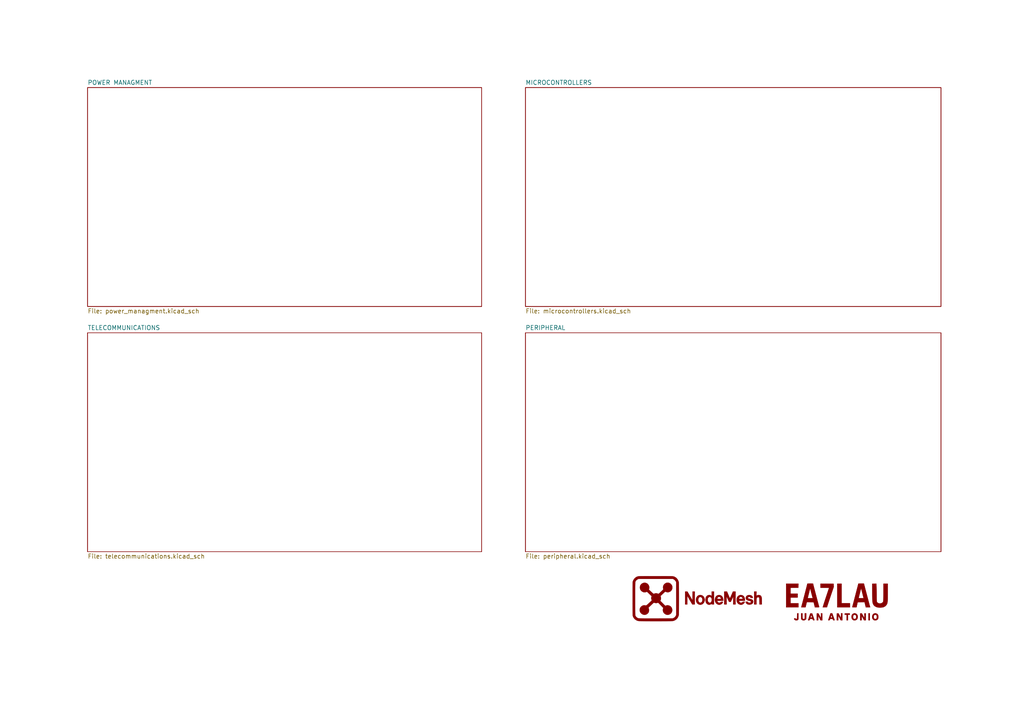
<source format=kicad_sch>
(kicad_sch (version 20250114) (generator "eeschema") (generator_version "9.0")
  (paper "A4")
  (title_block (title "NODEMESHPCB - SCHEMATICS") (date "18/06/2025") (rev "v1.0"))
  (lib_symbols
    (symbol "EA7LAULogo2:LOGO" (pin_names (offset 1.016))
      (symbol "LOGO_0_0"
        (polyline (pts (xy -12.7697 -2.1376) (xy -10.9831 -2.1248) (xy -10.9832 -1.5631) (xy -10.9832 -1.0013) (xy -12.1347 -1.0013) (xy -13.2862 -1.0013) (xy -13.2862 -0.1587) (xy -13.2862 0.6839) (xy -12.2604 0.6839) (xy -11.2346 0.6839) (xy -11.2346 1.2456) (xy -11.2346 1.8073) (xy -12.2604 1.8073) (xy -13.2862 1.8073) (xy -13.2862 2.6612) (xy -13.2862 3.5151) (xy -12.1505 3.5283) (xy -11.0148 3.5414) (xy -11.0011 4.1153) (xy -10.9873 4.6892) (xy -12.7717 4.6892) (xy -14.5562 4.6892) (xy -14.5562 1.2694) (xy -14.5562 -2.1504) (xy -12.7697 -2.1376)) (stroke (width 0.01)) (fill (type outline)))
        (polyline (pts (xy -11.5521 -5.9315) (xy -11.4916 -5.9216) (xy -11.3652 -5.911) (xy -11.3447 -5.9081) (xy -11.2445 -5.8586) (xy -11.1332 -5.7676) (xy -10.9904 -5.6248) (xy -10.9904 -4.7633) (xy -10.9904 -3.9018) (xy -11.1736 -3.9169) (xy -11.3567 -3.9321) (xy -11.3703 -4.6858) (xy -11.3715 -4.7476) (xy -11.3814 -5.0385) (xy -11.3964 -5.27) (xy -11.4154 -5.4295) (xy -11.4373 -5.504) (xy -11.4542 -5.5216) (xy -11.5664 -5.5663) (xy -11.6975 -5.538) (xy -11.8155 -5.442) (xy -11.8209 -5.4351) (xy -11.8942 -5.3581) (xy -11.9681 -5.341) (xy -12.0877 -5.3725) (xy -12.1721 -5.401) (xy -12.2429 -5.4402) (xy -12.2443 -5.4994) (xy -12.1904 -5.6111) (xy -12.1343 -5.7055) (xy -12 -5.8371) (xy -11.8083 -5.9127) (xy -11.6683 -5.9341) (xy -11.5521 -5.9315)) (stroke (width 0.01)) (fill (type outline)))
        (polyline (pts (xy -9.3989 -5.9396) (xy -9.2583 -5.9058) (xy -9.2366 -5.8998) (xy -9.0559 -5.8196) (xy -8.907 -5.7073) (xy -8.7679 -5.5623) (xy -8.7525 -4.735) (xy -8.737 -3.9077) (xy -8.9356 -3.9077) (xy -9.1342 -3.9077) (xy -9.1342 -4.6192) (xy -9.1344 -4.7103) (xy -9.1388 -5.0036) (xy -9.1519 -5.2177) (xy -9.1771 -5.3669) (xy -9.2179 -5.4658) (xy -9.2776 -5.5289) (xy -9.3598 -5.5706) (xy -9.415 -5.5836) (xy -9.5641 -5.5675) (xy -9.7026 -5.4989) (xy -9.7878 -5.3953) (xy -9.7918 -5.3786) (xy -9.8021 -5.2732) (xy -9.8105 -5.0971) (xy -9.8161 -4.8701) (xy -9.8181 -4.6123) (xy -9.8181 -3.9084) (xy -10.0135 -3.916) (xy -10.2089 -3.9237) (xy -10.2089 -4.7019) (xy -10.2087 -4.799) (xy -10.2057 -5.0853) (xy -10.1977 -5.2941) (xy -10.1833 -5.4413) (xy -10.1611 -5.5426) (xy -10.1299 -5.6138) (xy -10.0985 -5.6621) (xy -9.9317 -5.8191) (xy -9.696 -5.9138) (xy -9.5812 -5.9403) (xy -9.4911 -5.9508) (xy -9.3989 -5.9396)) (stroke (width 0.01)) (fill (type outline)))
        (polyline (pts (xy -7.9116 -5.9097) (xy -7.81 -5.894) (xy -7.7552 -5.8377) (xy -7.7119 -5.715) (xy -7.6534 -5.5196) (xy -7.27 -5.5196) (xy -6.8865 -5.5196) (xy -6.8084 -5.715) (xy -6.7909 -5.7575) (xy -6.7353 -5.8598) (xy -6.6636 -5.902) (xy -6.5401 -5.9104) (xy -6.5007 -5.9096) (xy -6.3942 -5.8969) (xy -6.3528 -5.8737) (xy -6.3541 -5.8678) (xy -6.3776 -5.7912) (xy -6.4271 -5.6403) (xy -6.4979 -5.4293) (xy -6.5851 -5.1727) (xy -6.6839 -4.8846) (xy -7.0122 -3.9321) (xy -7.2767 -3.9321) (xy -7.5412 -3.9321) (xy -7.865 -4.9212) (xy -7.913 -5.0678) (xy -7.5102 -5.0678) (xy -7.4937 -5.0193) (xy -7.4535 -4.8957) (xy -7.4035 -4.7381) (xy -7.3676 -4.6236) (xy -7.3224 -4.4814) (xy -7.2948 -4.3961) (xy -7.282 -4.3985) (xy -7.245 -4.4646) (xy -7.1942 -4.5829) (xy -7.1386 -4.729) (xy -7.0875 -4.8787) (xy -7.0498 -5.0079) (xy -7.0345 -5.0922) (xy -7.0523 -5.1058) (xy -7.1424 -5.1224) (xy -7.2833 -5.1288) (xy -7.3971 -5.1254) (xy -7.4929 -5.1063) (xy -7.5102 -5.0678) (xy -7.913 -5.0678) (xy -8.1888 -5.9104) (xy -7.9796 -5.9104) (xy -7.9116 -5.9097)) (stroke (width 0.01)) (fill (type outline)))
        (polyline (pts (xy -5.2646 -5.2387) (xy -5.251 -4.5671) (xy -4.9099 -5.2387) (xy -4.5688 -5.9104) (xy -4.3105 -5.9104) (xy -4.0522 -5.9104) (xy -4.0655 -4.9212) (xy -4.0787 -3.9321) (xy -4.2618 -3.9169) (xy -4.445 -3.9018) (xy -4.445 -4.5983) (xy -4.4455 -4.6998) (xy -4.4501 -4.9303) (xy -4.4592 -5.1087) (xy -4.4717 -5.2198) (xy -4.4867 -5.2485) (xy -4.4916 -5.2421) (xy -4.5375 -5.1659) (xy -4.6163 -5.0245) (xy -4.7183 -4.8353) (xy -4.8338 -4.6159) (xy -4.8596 -4.5666) (xy -4.9745 -4.3499) (xy -5.0746 -4.1655) (xy -5.1501 -4.0316) (xy -5.191 -3.9663) (xy -5.1949 -3.9619) (xy -5.2881 -3.9232) (xy -5.4421 -3.9175) (xy -5.6417 -3.9321) (xy -5.655 -4.9212) (xy -5.6682 -5.9104) (xy -5.4732 -5.9104) (xy -5.2782 -5.9104) (xy -5.2646 -5.2387)) (stroke (width 0.01)) (fill (type outline)))
        (polyline (pts (xy -5.1961 -2.1463) (xy -5.0683 -2.1289) (xy -5.0047 -2.0866) (xy -4.9929 -2.0086) (xy -5.0203 -1.8842) (xy -5.0746 -1.7025) (xy -5.1105 -1.5765) (xy -5.1675 -1.3694) (xy -5.2407 -1.0996) (xy -5.3256 -0.7829) (xy -5.4181 -0.4354) (xy -5.5138 -0.0733) (xy -5.5378 0.0179) (xy -5.646 0.4287) (xy -5.7707 0.9019) (xy -5.9053 1.4118) (xy -6.043 1.9329) (xy -6.1769 2.4396) (xy -6.3004 2.9064) (xy -6.3885 3.2406) (xy -6.484 3.6074) (xy -6.5686 3.9369) (xy -6.6395 4.2175) (xy -6.6936 4.4379) (xy -6.7283 4.5868) (xy -6.7405 4.6526) (xy -6.742 4.6691) (xy -6.7595 4.696) (xy -6.8073 4.7148) (xy -6.8989 4.7271) (xy -7.0477 4.7341) (xy -7.2673 4.7373) (xy -7.5712 4.7381) (xy -7.7218 4.7378) (xy -7.9971 4.7348) (xy -8.1912 4.7277) (xy -8.3157 4.7158) (xy -8.382 4.698) (xy -8.4016 4.6735) (xy -8.4136 4.6111) (xy -8.4482 4.4631) (xy -8.5033 4.2384) (xy -8.5764 3.9457) (xy -8.6653 3.5941) (xy -8.7677 3.1924) (xy -8.8813 2.7494) (xy -9.0039 2.274) (xy -9.1331 1.7751) (xy -9.2666 1.2616) (xy -9.4022 0.7423) (xy -9.4549 0.5413) (xy -8.2948 0.5413) (xy -8.2935 0.574) (xy -8.2922 0.5791) (xy -8.2716 0.6618) (xy -8.2313 0.8243) (xy -8.1745 1.0536) (xy -8.1044 1.337) (xy -8.0242 1.6615) (xy -7.937 2.0142) (xy -7.9178 2.0918) (xy -7.8327 2.4318) (xy -7.7552 2.7353) (xy -7.6884 2.9904) (xy -7.6354 3.1857) (xy -7.5993 3.3094) (xy -7.5832 3.3499) (xy -7.5728 3.3234) (xy -7.5429 3.2184) (xy -7.5008 3.0535) (xy -7.4521 2.8499) (xy -7.4207 2.7179) (xy -7.3621 2.4789) (xy -7.2924 2.2011) (xy -7.216 1.901) (xy -7.1372 1.5955) (xy -7.0604 1.3012) (xy -6.9899 1.0349) (xy -6.93 0.8132) (xy -6.8851 0.6529) (xy -6.8596 0.5707) (xy -6.8578 0.5658) (xy -6.8565 0.5357) (xy -6.8852 0.5145) (xy -6.9576 0.5008) (xy -7.0871 0.4929) (xy -7.2873 0.4893) (xy -7.5716 0.4885) (xy -7.6361 0.4885) (xy -7.9025 0.4897) (xy -8.0878 0.494) (xy -8.2057 0.5029) (xy -8.2701 0.5181) (xy -8.2948 0.5413) (xy -9.4549 0.5413) (xy -9.5376 0.2261) (xy -9.6705 -0.2781) (xy -9.7986 -0.7615) (xy -9.9196 -1.2151) (xy -9.9241 -1.2319) (xy -9.9986 -1.5112) (xy -10.0634 -1.7556) (xy -10.1145 -1.9503) (xy -10.148 -2.0804) (xy -10.16 -2.131) (xy -10.1596 -2.1317) (xy -10.106 -2.1385) (xy -9.9749 -2.1441) (xy -9.785 -2.1478) (xy -9.5548 -2.1492) (xy -8.9496 -2.1492) (xy -8.8496 -1.7707) (xy -8.7916 -1.5457) (xy -8.7216 -1.2647) (xy -8.6611 -1.0129) (xy -8.5725 -0.6337) (xy -7.5727 -0.6466) (xy -6.5728 -0.6594) (xy -6.4426 -1.1967) (xy -6.3994 -1.374) (xy -6.3414 -1.6082) (xy -6.2911 -1.8074) (xy -6.2561 -1.9416) (xy -6.1997 -2.1492) (xy -5.591 -2.1492) (xy -5.4006 -2.1496) (xy -5.1961 -2.1463)) (stroke (width 0.01)) (fill (type outline)))
        (polyline (pts (xy -3.3171 -2.1386) (xy -2.7145 -2.1248) (xy -2.6671 -1.9538) (xy -2.6365 -1.8508) (xy -2.5743 -1.653) (xy -2.4873 -1.3824) (xy -2.3789 -1.0499) (xy -2.2528 -0.6661) (xy -2.1124 -0.2418) (xy -1.9613 0.2124) (xy -1.803 0.6858) (xy -1.6411 1.1675) (xy -1.4792 1.647) (xy -1.3207 2.1135) (xy -0.7753 3.7141) (xy -0.7906 4.1894) (xy -0.806 4.6648) (xy -2.6988 4.6776) (xy -4.5916 4.6904) (xy -4.5916 4.1037) (xy -4.5916 3.5169) (xy -3.346 3.5169) (xy -3.0518 3.5162) (xy -2.7438 3.5135) (xy -2.4817 3.5092) (xy -2.2785 3.5036) (xy -2.1471 3.497) (xy -2.1004 3.4896) (xy -2.1108 3.4537) (xy -2.1494 3.3333) (xy -2.2133 3.1374) (xy -2.2997 2.8754) (xy -2.4053 2.5565) (xy -2.527 2.1902) (xy -2.6619 1.7858) (xy -2.8067 1.3525) (xy -2.965 0.8788) (xy -3.1895 0.2025) (xy -3.3842 -0.3896) (xy -3.5487 -0.8962) (xy -3.6824 -1.316) (xy -3.7851 -1.6476) (xy -3.8562 -1.8896) (xy -3.8953 -2.0409) (xy -3.9197 -2.1523) (xy -3.3171 -2.1386)) (stroke (width 0.01)) (fill (type outline)))
        (polyline (pts (xy -0.6327 -5.9085) (xy -0.5299 -5.894) (xy -0.4966 -5.8698) (xy -0.4993 -5.8626) (xy -0.5279 -5.783) (xy -0.5825 -5.6295) (xy -0.6579 -5.4163) (xy -0.7492 -5.1579) (xy -0.8512 -4.8684) (xy -1.1894 -3.9077) (xy -1.4373 -3.9078) (xy -1.6852 -3.908) (xy -2.0002 -4.8481) (xy -2.0198 -4.9066) (xy -2.082 -5.0922) (xy -1.6601 -5.0922) (xy -1.6595 -5.0865) (xy -1.64 -5.0097) (xy -1.5991 -4.8705) (xy -1.5443 -4.6945) (xy -1.4291 -4.3335) (xy -1.318 -4.6701) (xy -1.3141 -4.682) (xy -1.2566 -4.8551) (xy -1.2101 -4.9933) (xy -1.1844 -5.0678) (xy -1.188 -5.0959) (xy -1.2568 -5.1211) (xy -1.4113 -5.1288) (xy -1.5041 -5.1262) (xy -1.6165 -5.1129) (xy -1.6601 -5.0922) (xy -2.082 -5.0922) (xy -2.1149 -5.1905) (xy -2.199 -5.4417) (xy -2.267 -5.6453) (xy -2.3141 -5.7861) (xy -2.3351 -5.8493) (xy -2.3372 -5.8621) (xy -2.293 -5.8986) (xy -2.1598 -5.9104) (xy -2.1133 -5.9099) (xy -2.0071 -5.8946) (xy -1.9435 -5.8383) (xy -1.8863 -5.715) (xy -1.8081 -5.5196) (xy -1.4189 -5.5196) (xy -1.0297 -5.5196) (xy -0.9712 -5.715) (xy -0.9483 -5.7877) (xy -0.9046 -5.8722) (xy -0.8322 -5.9049) (xy -0.6965 -5.9104) (xy -0.6327 -5.9085)) (stroke (width 0.01)) (fill (type outline)))
        (polyline (pts (xy 1.7584 -4.9116) (xy 1.7584 -3.9077) (xy 1.5644 -3.9077) (xy 1.3704 -3.9077) (xy 1.3568 -4.5949) (xy 1.3433 -5.2822) (xy 0.9934 -4.6072) (xy 0.6435 -3.9321) (xy 0.4072 -3.9321) (xy 0.1709 -3.9321) (xy 0.1577 -4.9212) (xy 0.1445 -5.9104) (xy 0.3409 -5.9104) (xy 0.5373 -5.9104) (xy 0.5373 -5.2509) (xy 0.5375 -5.1828) (xy 0.5413 -4.951) (xy 0.5493 -4.7639) (xy 0.5605 -4.639) (xy 0.5739 -4.594) (xy 0.5844 -4.6033) (xy 0.635 -4.6803) (xy 0.7163 -4.8225) (xy 0.8196 -5.0146) (xy 0.9364 -5.2413) (xy 1.2622 -5.8859) (xy 1.5103 -5.9007) (xy 1.7584 -5.9155) (xy 1.7584 -4.9116)) (stroke (width 0.01)) (fill (type outline)))
        (polyline (pts (xy 3.3704 -5.1044) (xy 3.3704 -4.2984) (xy 3.642 -4.2984) (xy 3.9136 -4.2984) (xy 3.8984 -4.1153) (xy 3.8833 -3.9321) (xy 3.175 -3.9321) (xy 2.4667 -3.9321) (xy 2.4516 -4.1153) (xy 2.4364 -4.2984) (xy 2.708 -4.2984) (xy 2.9796 -4.2984) (xy 2.9796 -5.1044) (xy 2.9796 -5.9104) (xy 3.175 -5.9104) (xy 3.3704 -5.9104) (xy 3.3704 -5.1044)) (stroke (width 0.01)) (fill (type outline)))
        (polyline (pts (xy 3.9565 -1.5631) (xy 3.9565 -0.9769) (xy 2.7354 -0.9769) (xy 1.5142 -0.9769) (xy 1.5142 1.8562) (xy 1.5142 4.6892) (xy 0.9036 4.6892) (xy 0.2931 4.6892) (xy 0.2931 1.27) (xy 0.2931 -2.1492) (xy 2.1248 -2.1492) (xy 3.9565 -2.1492) (xy 3.9565 -1.5631)) (stroke (width 0.01)) (fill (type outline)))
        (polyline (pts (xy 5.4699 -5.9173) (xy 5.7247 -5.8351) (xy 5.9386 -5.6957) (xy 6.0873 -5.508) (xy 6.1272 -5.4056) (xy 6.1725 -5.1917) (xy 6.1947 -4.9474) (xy 6.1908 -4.7129) (xy 6.1579 -4.5282) (xy 6.0865 -4.3663) (xy 5.9147 -4.1484) (xy 5.6904 -3.9957) (xy 5.4322 -3.9157) (xy 5.1582 -3.916) (xy 4.8868 -4.0043) (xy 4.6763 -4.1615) (xy 4.518 -4.3876) (xy 4.4234 -4.6626) (xy 4.408 -4.8509) (xy 4.8463 -4.8509) (xy 4.882 -4.6391) (xy 4.9575 -4.4637) (xy 5.0726 -4.3512) (xy 5.0954 -4.3399) (xy 5.2803 -4.2973) (xy 5.4657 -4.3242) (xy 5.6129 -4.4159) (xy 5.6303 -4.4355) (xy 5.7354 -4.6234) (xy 5.7835 -4.8495) (xy 5.7754 -5.0839) (xy 5.7117 -5.2968) (xy 5.5927 -5.4585) (xy 5.432 -5.5438) (xy 5.2395 -5.5646) (xy 5.0632 -5.5131) (xy 4.9807 -5.4401) (xy 4.8955 -5.2779) (xy 4.8507 -5.0727) (xy 4.8463 -4.8509) (xy 4.408 -4.8509) (xy 4.3983 -4.9694) (xy 4.4485 -5.291) (xy 4.522 -5.4611) (xy 4.6639 -5.6546) (xy 4.8393 -5.8116) (xy 5.0206 -5.9027) (xy 5.1983 -5.9332) (xy 5.4699 -5.9173)) (stroke (width 0.01)) (fill (type outline)))
        (polyline (pts (xy 5.9789 -1.5508) (xy 5.9792 -1.5495) (xy 6.0353 -1.3059) (xy 6.0863 -1.0846) (xy 6.1267 -0.9099) (xy 6.1509 -0.8059) (xy 6.1852 -0.6594) (xy 7.1874 -0.6462) (xy 8.1896 -0.633) (xy 8.373 -1.3911) (xy 8.5564 -2.1492) (xy 9.1924 -2.1492) (xy 9.3949 -2.1487) (xy 9.5906 -2.1455) (xy 9.7139 -2.1374) (xy 9.7795 -2.1225) (xy 9.8019 -2.0986) (xy 9.7956 -2.0637) (xy 9.7953 -2.0629) (xy 9.7722 -1.9879) (xy 9.7288 -1.8352) (xy 9.6697 -1.6212) (xy 9.5994 -1.3622) (xy 9.5224 -1.0746) (xy 9.5215 -1.071) (xy 9.4437 -0.7786) (xy 9.3468 -0.4149) (xy 9.2371 -0.0029) (xy 9.1206 0.4346) (xy 9.0033 0.8747) (xy 8.8914 1.2944) (xy 8.7816 1.7073) (xy 8.6621 2.159) (xy 8.5424 2.6132) (xy 8.4289 3.0458) (xy 8.3279 3.4324) (xy 8.2459 3.749) (xy 7.9911 4.7381) (xy 7.195 4.7381) (xy 7.0076 4.7373) (xy 6.7655 4.7337) (xy 6.5726 4.7278) (xy 6.445 4.7199) (xy 6.3988 4.7108) (xy 6.3982 4.7064) (xy 6.3813 4.6337) (xy 6.3442 4.4843) (xy 6.2905 4.2727) (xy 6.224 4.0137) (xy 6.1482 3.7216) (xy 6.1083 3.5687) (xy 6.0126 3.201) (xy 5.9034 2.781) (xy 5.7879 2.3369) (xy 5.6737 1.8971) (xy 5.5679 1.4898) (xy 5.3971 0.8325) (xy 5.3257 0.5585) (xy 6.4641 0.5585) (xy 6.4647 0.5601) (xy 6.4845 0.6304) (xy 6.5242 0.7819) (xy 6.5804 1.0013) (xy 6.6497 1.2759) (xy 6.7289 1.5926) (xy 6.8148 1.9384) (xy 6.8207 1.9624) (xy 6.9063 2.3069) (xy 6.985 2.6216) (xy 7.0537 2.8934) (xy 7.1091 3.1093) (xy 7.1477 3.2564) (xy 7.1664 3.3216) (xy 7.1756 3.3362) (xy 7.2059 3.31) (xy 7.2413 3.1994) (xy 7.2485 3.1697) (xy 7.2874 3.0113) (xy 7.342 2.7908) (xy 7.4084 2.5238) (xy 7.4827 2.226) (xy 7.561 1.9132) (xy 7.6393 1.6009) (xy 7.7136 1.305) (xy 7.7801 1.0411) (xy 7.8349 0.8249) (xy 7.8739 0.6721) (xy 7.8932 0.5984) (xy 7.9245 0.4885) (xy 7.1808 0.4885) (xy 6.995 0.4889) (xy 6.7601 0.4921) (xy 6.6024 0.4994) (xy 6.509 0.512) (xy 6.4671 0.5313) (xy 6.4641 0.5585) (xy 5.3257 0.5585) (xy 5.2317 0.1975) (xy 5.0892 -0.3479) (xy 4.9689 -0.8061) (xy 4.8701 -1.1798) (xy 4.7922 -1.4717) (xy 4.7344 -1.6842) (xy 4.731 -1.6965) (xy 4.6852 -1.8717) (xy 4.6527 -2.0117) (xy 4.6404 -2.0872) (xy 4.643 -2.0974) (xy 4.6868 -2.1219) (xy 4.7933 -2.1379) (xy 4.9741 -2.1466) (xy 5.2408 -2.1492) (xy 5.8412 -2.1492) (xy 5.9789 -1.5508)) (stroke (width 0.01)) (fill (type outline)))
        (polyline (pts (xy 7.3377 -5.2504) (xy 7.3513 -4.5904) (xy 7.6933 -5.2495) (xy 8.0352 -5.9086) (xy 8.2926 -5.9095) (xy 8.5501 -5.9104) (xy 8.5369 -4.9212) (xy 8.5236 -3.9321) (xy 8.3405 -3.9169) (xy 8.324 -3.9157) (xy 8.1972 -3.9222) (xy 8.1547 -3.9658) (xy 8.1546 -3.9702) (xy 8.1541 -4.0529) (xy 8.1545 -4.2098) (xy 8.1555 -4.4201) (xy 8.1573 -4.6632) (xy 8.1575 -4.7154) (xy 8.1555 -4.9391) (xy 8.1484 -5.1153) (xy 8.1373 -5.2272) (xy 8.1232 -5.2582) (xy 8.1121 -5.2431) (xy 8.0588 -5.1545) (xy 7.9732 -5.0029) (xy 7.8645 -4.8046) (xy 7.7417 -4.5759) (xy 7.3995 -3.9321) (xy 7.1647 -3.9321) (xy 6.9299 -3.9321) (xy 6.9208 -4.9212) (xy 6.9117 -5.9104) (xy 7.1179 -5.9104) (xy 7.3241 -5.9104) (xy 7.3377 -5.2504)) (stroke (width 0.01)) (fill (type outline)))
        (polyline (pts (xy 9.7204 -4.909) (xy 9.7204 -3.9077) (xy 9.525 -3.9077) (xy 9.3296 -3.9077) (xy 9.3296 -4.909) (xy 9.3296 -5.9104) (xy 9.525 -5.9104) (xy 9.7204 -5.9104) (xy 9.7204 -4.909)) (stroke (width 0.01)) (fill (type outline)))
        (polyline (pts (xy 11.4869 -5.9217) (xy 11.7358 -5.8339) (xy 11.9429 -5.6901) (xy 12.0841 -5.4995) (xy 12.1309 -5.3826) (xy 12.1925 -5.0865) (xy 12.1914 -4.7767) (xy 12.1297 -4.4841) (xy 12.0091 -4.2397) (xy 11.9028 -4.1227) (xy 11.6873 -3.9887) (xy 11.4351 -3.919) (xy 11.1707 -3.9159) (xy 10.9185 -3.9816) (xy 10.7031 -4.1185) (xy 10.6264 -4.202) (xy 10.496 -4.4352) (xy 10.4209 -4.7183) (xy 10.4136 -4.8677) (xy 10.8189 -4.8677) (xy 10.863 -4.6448) (xy 10.9589 -4.464) (xy 11.0978 -4.3427) (xy 11.2707 -4.2984) (xy 11.2874 -4.2986) (xy 11.4992 -4.3424) (xy 11.6506 -4.4629) (xy 11.7415 -4.66) (xy 11.7719 -4.9334) (xy 11.7712 -4.9752) (xy 11.7352 -5.2132) (xy 11.652 -5.4014) (xy 11.5304 -5.5181) (xy 11.4296 -5.5579) (xy 11.2396 -5.5643) (xy 11.0653 -5.4899) (xy 10.9261 -5.3454) (xy 10.841 -5.141) (xy 10.8356 -5.1153) (xy 10.8189 -4.8677) (xy 10.4136 -4.8677) (xy 10.4059 -5.0271) (xy 10.4559 -5.3373) (xy 10.5103 -5.4661) (xy 10.646 -5.6537) (xy 10.8206 -5.8117) (xy 11.0029 -5.9074) (xy 11.2203 -5.9445) (xy 11.4869 -5.9217)) (stroke (width 0.01)) (fill (type outline)))
        (polyline (pts (xy 13.1005 -2.2083) (xy 13.3825 -2.1758) (xy 13.5995 -2.1278) (xy 13.7839 -2.0603) (xy 14.1452 -1.8618) (xy 14.4357 -1.5966) (xy 14.6572 -1.2634) (xy 14.6719 -1.2342) (xy 14.7198 -1.1308) (xy 14.7605 -1.0237) (xy 14.7944 -0.9041) (xy 14.8222 -0.7636) (xy 14.8445 -0.5937) (xy 14.8619 -0.3857) (xy 14.875 -0.1313) (xy 14.8844 0.1782) (xy 14.8908 0.5512) (xy 14.8946 0.9963) (xy 14.8965 1.5221) (xy 14.8972 2.137) (xy 14.8981 4.6892) (xy 14.2875 4.6892) (xy 13.6769 4.6892) (xy 13.6766 2.2347) (xy 13.6758 1.6656) (xy 13.6726 1.0767) (xy 13.6672 0.5849) (xy 13.6595 0.1902) (xy 13.6494 -0.1077) (xy 13.6371 -0.309) (xy 13.6224 -0.4141) (xy 13.5992 -0.4845) (xy 13.4632 -0.714) (xy 13.2588 -0.8903) (xy 13.001 -1.0061) (xy 12.7049 -1.0539) (xy 12.3854 -1.0264) (xy 12.3413 -1.0166) (xy 12.0862 -0.9243) (xy 11.9007 -0.7784) (xy 11.7668 -0.5656) (xy 11.7626 -0.556) (xy 11.739 -0.4944) (xy 11.72 -0.4213) (xy 11.7053 -0.3258) (xy 11.6942 -0.1972) (xy 11.6862 -0.0248) (xy 11.6809 0.2023) (xy 11.6776 0.4947) (xy 11.6758 0.8633) (xy 11.6751 1.3189) (xy 11.6748 1.5089) (xy 11.6727 1.9601) (xy 11.6689 2.4134) (xy 11.6636 2.8488) (xy 11.6572 3.2464) (xy 11.6499 3.5861) (xy 11.6419 3.8481) (xy 11.6099 4.6921) (xy 11.0193 4.6785) (xy 10.4286 4.6648) (xy 10.4446 2.1248) (xy 10.4455 1.9829) (xy 10.4499 1.4897) (xy 10.4556 1.0216) (xy 10.4624 0.589) (xy 10.4701 0.2023) (xy 10.4784 -0.1282) (xy 10.4872 -0.3921) (xy 10.4963 -0.579) (xy 10.5053 -0.6787) (xy 10.5141 -0.7263) (xy 10.6096 -1.053) (xy 10.7552 -1.364) (xy 10.9325 -1.6186) (xy 11.1202 -1.7847) (xy 11.3776 -1.9442) (xy 11.6727 -2.0788) (xy 11.9753 -2.1725) (xy 12.1791 -2.2047) (xy 12.4672 -2.2237) (xy 12.7849 -2.2246) (xy 13.1005 -2.2083)) (stroke (width 0.01)) (fill (type outline)))
      )
    )
    (symbol "NodeMeshLogo:LOGO" (pin_names (offset 1.016))
      (symbol "LOGO_0_0"
        (polyline (pts (xy -10.9062 -6.1575) (xy -10.3377 -6.1565) (xy -9.7866 -6.155) (xy -9.2599 -6.1529) (xy -8.7647 -6.1504) (xy -8.3081 -6.1473) (xy -7.8971 -6.1438) (xy -7.5389 -6.1397) (xy -7.2404 -6.1351) (xy -7.0087 -6.13) (xy -6.851 -6.1244) (xy -6.7742 -6.1182) (xy -6.5971 -6.0745) (xy -6.2581 -5.9406) (xy -5.9364 -5.7539) (xy -5.6664 -5.5325) (xy -5.5169 -5.3625) (xy -5.3104 -5.0474) (xy -5.154 -4.7023) (xy -5.0637 -4.3581) (xy -5.0583 -4.3001) (xy -5.0513 -4.1491) (xy -5.0451 -3.9229) (xy -5.0394 -3.6288) (xy -5.0345 -3.2744) (xy -5.0302 -2.867) (xy -5.0265 -2.414) (xy -5.0235 -1.923) (xy -5.0212 -1.4012) (xy -5.0195 -0.8562) (xy -5.0185 -0.2953) (xy -5.0181 0.274) (xy -5.0184 0.8443) (xy -5.0193 1.4082) (xy -5.0209 1.9583) (xy -5.0231 2.4872) (xy -5.026 2.9873) (xy -5.0295 3.4514) (xy -5.0337 3.872) (xy -5.0386 4.2416) (xy -5.044 4.5529) (xy -5.0502 4.7984) (xy -5.0569 4.9707) (xy -5.0644 5.0624) (xy -5.0778 5.1367) (xy -5.1881 5.4997) (xy -5.3633 5.8474) (xy -5.591 6.162) (xy -5.8585 6.4257) (xy -6.1535 6.6204) (xy -6.1841 6.636) (xy -6.2543 6.6718) (xy -6.3203 6.7038) (xy -6.3874 6.732) (xy -6.4607 6.7568) (xy -6.5451 6.7784) (xy -6.646 6.797) (xy -6.7684 6.8127) (xy -6.9174 6.826) (xy -7.0981 6.8369) (xy -7.3157 6.8457) (xy -7.5752 6.8526) (xy -7.8818 6.8579) (xy -8.2407 6.8617) (xy -8.6569 6.8643) (xy -9.1355 6.866) (xy -9.6817 6.8669) (xy -10.3005 6.8672) (xy -10.9972 6.8673) (xy -11.7768 6.8672) (xy -12.1687 6.8673) (xy -12.9033 6.8673) (xy -13.5576 6.8672) (xy -14.1366 6.8667) (xy -14.6454 6.8656) (xy -15.0892 6.8637) (xy -15.4731 6.8607) (xy -15.8022 6.8564) (xy -16.0817 6.8507) (xy -16.3166 6.8432) (xy -16.5122 6.8338) (xy -16.6734 6.8221) (xy -16.8055 6.8081) (xy -16.9136 6.7915) (xy -17.0027 6.772) (xy -17.0781 6.7495) (xy -17.1448 6.7236) (xy -17.208 6.6943) (xy -17.2727 6.6612) (xy -17.3442 6.6241) (xy -17.3982 6.5953) (xy -17.7096 6.3742) (xy -17.982 6.0872) (xy -18.2023 5.7505) (xy -18.3573 5.3801) (xy -18.3635 5.3596) (xy -18.3767 5.3122) (xy -18.3883 5.26) (xy -18.3985 5.1977) (xy -18.4074 5.12) (xy -18.4151 5.0219) (xy -18.4217 4.8981) (xy -18.4272 4.7435) (xy -18.4317 4.5528) (xy -18.4354 4.3208) (xy -18.4383 4.0423) (xy -18.4406 3.7122) (xy -18.4422 3.3252) (xy -18.4434 2.8762) (xy -18.4441 2.3599) (xy -18.4445 1.7711) (xy -18.4447 1.1048) (xy -18.4447 0.3555) (xy -18.4447 0.2154) (xy -18.4448 -0.5336) (xy -18.4447 -1.0978) (xy -17.7405 -1.0978) (xy -17.7404 -0.4265) (xy -17.7404 0.3277) (xy -17.7404 0.5231) (xy -17.7405 1.264) (xy -17.7405 1.9232) (xy -17.74 2.5059) (xy -17.7389 3.0173) (xy -17.7367 3.4625) (xy -17.7333 3.8467) (xy -17.7282 4.175) (xy -17.7212 4.4525) (xy -17.7121 4.6844) (xy -17.7004 4.8758) (xy -17.6859 5.032) (xy -17.6684 5.1579) (xy -17.6474 5.2589) (xy -17.6228 5.34) (xy -17.5942 5.4063) (xy -17.5613 5.4631) (xy -17.5238 5.5154) (xy -17.4814 5.5684) (xy -17.4339 5.6273) (xy -17.2788 5.7906) (xy -17.0055 5.9714) (xy -16.7499 6.0969) (xy -11.7536 6.0969) (xy -6.7572 6.0969) (xy -6.5506 5.9951) (xy -6.3103 5.8433) (xy -6.0716 5.6127) (xy -5.8952 5.3448) (xy -5.7887 5.1284) (xy -5.7771 0.403) (xy -5.7656 -4.3224) (xy -5.8796 -4.5765) (xy -5.889 -4.5971) (xy -6.0661 -4.8799) (xy -6.3035 -5.1183) (xy -6.5811 -5.2914) (xy -6.8012 -5.3925) (xy -11.7095 -5.401) (xy -12.5033 -5.4022) (xy -13.2144 -5.4028) (xy -13.8461 -5.4028) (xy -14.4028 -5.4023) (xy -14.8888 -5.401) (xy -15.3085 -5.399) (xy -15.6662 -5.3963) (xy -15.9662 -5.3928) (xy -16.2129 -5.3884) (xy -16.4106 -5.3831) (xy -16.5637 -5.377) (xy -16.6765 -5.3698) (xy -16.7533 -5.3617) (xy -16.7985 -5.3525) (xy -16.8714 -5.3263) (xy -17.1069 -5.2034) (xy -17.3239 -5.0387) (xy -17.4878 -4.8571) (xy -17.489 -4.8554) (xy -17.5284 -4.7996) (xy -17.5635 -4.7492) (xy -17.5945 -4.6988) (xy -17.6216 -4.6433) (xy -17.6452 -4.5775) (xy -17.6654 -4.4962) (xy -17.6825 -4.3942) (xy -17.6969 -4.2664) (xy -17.7086 -4.1076) (xy -17.7181 -3.9125) (xy -17.7254 -3.6761) (xy -17.731 -3.393) (xy -17.735 -3.0582) (xy -17.7377 -2.6665) (xy -17.7393 -2.2127) (xy -17.7402 -1.6915) (xy -17.7405 -1.0978) (xy -18.4447 -1.0978) (xy -18.4447 -1.2007) (xy -18.4443 -1.791) (xy -18.4434 -2.3099) (xy -18.4416 -2.7626) (xy -18.4388 -3.1541) (xy -18.4348 -3.4899) (xy -18.4292 -3.775) (xy -18.4219 -4.0148) (xy -18.4126 -4.2143) (xy -18.4011 -4.3789) (xy -18.3872 -4.5137) (xy -18.3706 -4.624) (xy -18.351 -4.7149) (xy -18.3284 -4.7918) (xy -18.3023 -4.8597) (xy -18.2727 -4.924) (xy -18.2392 -4.9898) (xy -18.2016 -5.0624) (xy -18.064 -5.2881) (xy -17.8027 -5.5842) (xy -17.4838 -5.8278) (xy -17.1211 -6.009) (xy -16.7279 -6.1182) (xy -16.662 -6.1237) (xy -16.5107 -6.1293) (xy -16.285 -6.1345) (xy -15.9918 -6.1392) (xy -15.6383 -6.1433) (xy -15.2315 -6.1469) (xy -14.7784 -6.1501) (xy -14.2862 -6.1527) (xy -13.7619 -6.1547) (xy -13.2125 -6.1563) (xy -12.6452 -6.1574) (xy -12.067 -6.1579) (xy -11.485 -6.1579) (xy -10.9062 -6.1575)) (stroke (width 0.01)) (fill (type outline)))
        (polyline (pts (xy -7.9901 -4.2927) (xy -7.6963 -4.1847) (xy -7.4388 -4.0127) (xy -7.2274 -3.7858) (xy -7.0715 -3.513) (xy -6.9809 -3.2033) (xy -6.9652 -2.8658) (xy -6.9709 -2.8026) (xy -7.0473 -2.4619) (xy -7.192 -2.1661) (xy -7.397 -1.9229) (xy -7.6543 -1.74) (xy -7.956 -1.625) (xy -8.2939 -1.5857) (xy -8.564 -1.6053) (xy -8.788 -1.6693) (xy -8.97 -1.7519) (xy -9.7023 -1.0155) (xy -10.4346 -0.2791) (xy -10.347 -0.081) (xy -10.2525 0.2096) (xy -10.2285 0.5348) (xy -10.2922 0.8554) (xy -10.3807 1.1166) (xy -10.0436 1.4268) (xy -9.9663 1.4983) (xy -9.7625 1.6887) (xy -9.5467 1.8922) (xy -9.3544 2.0756) (xy -9.0023 2.414) (xy -8.6941 2.3062) (xy -8.6922 2.3055) (xy -8.4866 2.243) (xy -8.3187 2.2174) (xy -8.1497 2.2227) (xy -7.8834 2.2751) (xy -7.5782 2.4082) (xy -7.3218 2.6074) (xy -7.1219 2.8648) (xy -6.9861 3.172) (xy -6.9223 3.521) (xy -6.931 3.7835) (xy -7.0148 4.1013) (xy -7.1728 4.3914) (xy -7.397 4.6403) (xy -7.6799 4.8346) (xy -7.8064 4.8942) (xy -7.928 4.9299) (xy -8.0739 4.9468) (xy -8.2759 4.9511) (xy -8.4771 4.9469) (xy -8.6224 4.9302) (xy -8.7429 4.8948) (xy -8.8702 4.8345) (xy -9.0466 4.7249) (xy -9.2958 4.4964) (xy -9.4797 4.2239) (xy -9.5926 3.9198) (xy -9.629 3.5964) (xy -9.5831 3.2662) (xy -9.5202 3.0327) (xy -10.0096 2.5583) (xy -10.0778 2.4923) (xy -10.2669 2.3104) (xy -10.4454 2.1403) (xy -10.5957 1.9985) (xy -10.7005 1.9017) (xy -10.902 1.7195) (xy -11.1302 1.8062) (xy -11.2397 1.8414) (xy -11.5466 1.8892) (xy -11.8651 1.8774) (xy -12.157 1.8061) (xy -12.3854 1.7194) (xy -12.6087 1.9153) (xy -12.6219 1.9269) (xy -12.7468 2.0394) (xy -12.9124 2.1917) (xy -13.0988 2.3651) (xy -13.2859 2.5413) (xy -13.7398 2.9714) (xy -13.667 3.2526) (xy -13.6563 3.2961) (xy -13.6179 3.5886) (xy -13.6492 3.8673) (xy -13.7531 4.162) (xy -13.8513 4.3476) (xy -14.0602 4.6096) (xy -14.3178 4.7989) (xy -14.6211 4.9135) (xy -14.9671 4.9514) (xy -15.1064 4.9448) (xy -15.4427 4.8718) (xy -15.7403 4.7216) (xy -15.9923 4.4985) (xy -16.1915 4.2068) (xy -16.2401 4.0932) (xy -16.3001 3.8348) (xy -16.3164 3.5497) (xy -16.2883 3.2711) (xy -16.2152 3.032) (xy -16.0651 2.7807) (xy -15.8297 2.5315) (xy -15.5467 2.346) (xy -15.4658 2.3083) (xy -15.3194 2.2562) (xy -15.1668 2.2318) (xy -14.9673 2.2266) (xy -14.8767 2.229) (xy -14.6419 2.2541) (xy -14.4666 2.303) (xy -14.2963 2.377) (xy -14.1364 2.2396) (xy -14.0881 2.1965) (xy -13.9702 2.0866) (xy -13.8136 1.9377) (xy -13.633 1.7635) (xy -13.443 1.578) (xy -12.9094 1.0537) (xy -12.9679 0.89) (xy -12.9733 0.8744) (xy -13.0207 0.6195) (xy -13.0118 0.3349) (xy -12.9475 0.0551) (xy -12.8676 -0.176) (xy -13.6581 -0.9134) (xy -13.8669 -1.1068) (xy -14.096 -1.3139) (xy -14.2726 -1.4663) (xy -14.4024 -1.5683) (xy -14.4906 -1.6245) (xy -14.5427 -1.6393) (xy -14.6969 -1.6214) (xy -14.9649 -1.5985) (xy -15.1737 -1.5951) (xy -15.3414 -1.6115) (xy -15.4861 -1.6477) (xy -15.6163 -1.7024) (xy -15.8566 -1.8591) (xy -16.0712 -2.0678) (xy -16.2343 -2.3057) (xy -16.2517 -2.3393) (xy -16.3045 -2.4586) (xy -16.3352 -2.5765) (xy -16.3494 -2.7229) (xy -16.3529 -2.9274) (xy -16.3528 -2.983) (xy -16.3472 -3.1709) (xy -16.3296 -3.3074) (xy -16.2945 -3.4218) (xy -16.2361 -3.5437) (xy -16.1361 -3.7071) (xy -15.9171 -3.9551) (xy -15.6607 -4.1388) (xy -15.3787 -4.2577) (xy -15.083 -4.3116) (xy -14.7855 -4.3003) (xy -14.4981 -4.2235) (xy -14.2326 -4.081) (xy -14.0011 -3.8724) (xy -13.8152 -3.5975) (xy -13.7673 -3.4823) (xy -13.7109 -3.2362) (xy -13.6923 -2.966) (xy -13.7127 -2.7054) (xy -13.7734 -2.4886) (xy -13.8086 -2.4078) (xy -13.8503 -2.309) (xy -13.8666 -2.265) (xy -13.8479 -2.2446) (xy -13.7736 -2.171) (xy -13.6504 -2.0518) (xy -13.4872 -1.8952) (xy -13.2924 -1.7096) (xy -13.0748 -1.5033) (xy -12.283 -0.7545) (xy -12.1459 -0.8229) (xy -12.1313 -0.8299) (xy -11.9353 -0.8888) (xy -11.6973 -0.9153) (xy -11.4545 -0.9076) (xy -11.244 -0.8641) (xy -11.1675 -0.8382) (xy -11.0676 -0.8053) (xy -11.0248 -0.7924) (xy -11.0078 -0.8084) (xy -10.9377 -0.8793) (xy -10.8213 -0.999) (xy -10.6669 -1.1589) (xy -10.483 -1.3503) (xy -10.2778 -1.5645) (xy -9.5396 -2.3365) (xy -9.6011 -2.5219) (xy -9.6459 -2.735) (xy -9.6562 -3.0012) (xy -9.6278 -3.2651) (xy -9.5624 -3.4875) (xy -9.5396 -3.5365) (xy -9.3557 -3.8178) (xy -9.112 -4.0487) (xy -8.8241 -4.2171) (xy -8.5078 -4.3107) (xy -8.3106 -4.3278) (xy -7.9901 -4.2927)) (stroke (width 0.01)) (fill (type outline)))
        (polyline (pts (xy -2.5869 -0.0718) (xy -2.5752 1.177) (xy -1.8501 -0.0718) (xy -1.125 -1.3206) (xy -0.7826 -1.3206) (xy -0.4402 -1.3206) (xy -0.4402 0.5503) (xy -0.4402 2.4211) (xy -0.7477 2.4211) (xy -1.0552 2.4211) (xy -1.0669 1.1232) (xy -1.0785 -0.1748) (xy -1.8247 1.1232) (xy -2.5708 2.4211) (xy -2.8922 2.4211) (xy -3.2135 2.4211) (xy -3.2135 0.5503) (xy -3.2135 -1.3206) (xy -2.906 -1.3206) (xy -2.5986 -1.3206) (xy -2.5869 -0.0718)) (stroke (width 0.01)) (fill (type outline)))
        (polyline (pts (xy 1.5449 -1.3378) (xy 1.8097 -1.2147) (xy 2.0411 -1.0309) (xy 2.2302 -0.7948) (xy 2.3682 -0.5146) (xy 2.446 -0.1988) (xy 2.455 0.1443) (xy 2.4234 0.3593) (xy 2.3213 0.6631) (xy 2.1649 0.9183) (xy 1.965 1.1226) (xy 1.732 1.2737) (xy 1.4766 1.3694) (xy 1.2094 1.4075) (xy 0.9409 1.3856) (xy 0.6818 1.3016) (xy 0.4427 1.1531) (xy 0.2341 0.9379) (xy 0.0666 0.6537) (xy 0.0216 0.5475) (xy -0.0273 0.3934) (xy -0.0506 0.2323) (xy -0.0562 0.0239) (xy -0.0523 -0.0909) (xy 0.575 -0.0909) (xy 0.5826 0.0893) (xy 0.5932 0.1873) (xy 0.6591 0.4386) (xy 0.7694 0.637) (xy 0.9135 0.7769) (xy 1.081 0.8528) (xy 1.2616 0.8592) (xy 1.4448 0.7905) (xy 1.6203 0.6412) (xy 1.6958 0.5361) (xy 1.7852 0.3178) (xy 1.8219 0.0736) (xy 1.8081 -0.1759) (xy 1.7458 -0.4101) (xy 1.6369 -0.6083) (xy 1.4836 -0.7501) (xy 1.3033 -0.8199) (xy 1.0983 -0.8251) (xy 0.9115 -0.7582) (xy 0.8546 -0.7102) (xy 0.7591 -0.5925) (xy 0.6746 -0.4499) (xy 0.6276 -0.348) (xy 0.5878 -0.2235) (xy 0.575 -0.0909) (xy -0.0523 -0.0909) (xy -0.0517 -0.1094) (xy 0.0076 -0.4684) (xy 0.1329 -0.777) (xy 0.321 -1.03) (xy 0.5682 -1.2224) (xy 0.8713 -1.3491) (xy 0.9504 -1.3684) (xy 1.2555 -1.3918) (xy 1.5449 -1.3378)) (stroke (width 0.01)) (fill (type outline)))
        (polyline (pts (xy 4.077 -1.3451) (xy 4.323 -1.2354) (xy 4.5341 -1.1042) (xy 4.5341 -1.2124) (xy 4.5347 -1.24) (xy 4.5466 -1.2854) (xy 4.5891 -1.3095) (xy 4.6813 -1.319) (xy 4.8423 -1.3206) (xy 5.1504 -1.3206) (xy 5.1504 0.5503) (xy 5.1504 2.4211) (xy 4.8203 2.4211) (xy 4.4901 2.4211) (xy 4.4901 1.7532) (xy 4.4901 1.0852) (xy 4.3905 1.1788) (xy 4.2726 1.2701) (xy 4.0378 1.3729) (xy 3.7799 1.4062) (xy 3.5172 1.3713) (xy 3.2678 1.269) (xy 3.0502 1.1006) (xy 3.0469 1.0972) (xy 2.8931 0.9069) (xy 2.7882 0.6959) (xy 2.7246 0.443) (xy 2.6945 0.1271) (xy 2.696 -0.0908) (xy 3.3128 -0.0908) (xy 3.3173 0.144) (xy 3.3544 0.3657) (xy 3.4208 0.5389) (xy 3.4742 0.6156) (xy 3.6121 0.7493) (xy 3.7698 0.8443) (xy 3.9178 0.8804) (xy 3.9906 0.8705) (xy 4.1469 0.8019) (xy 4.2978 0.6853) (xy 4.4137 0.5409) (xy 4.4385 0.4941) (xy 4.5096 0.2649) (xy 4.528 0.0056) (xy 4.4962 -0.2569) (xy 4.417 -0.4958) (xy 4.293 -0.6844) (xy 4.2873 -0.6903) (xy 4.1836 -0.7844) (xy 4.0831 -0.8266) (xy 3.9405 -0.8364) (xy 3.893 -0.8358) (xy 3.7728 -0.8203) (xy 3.6765 -0.7708) (xy 3.5647 -0.6697) (xy 3.4331 -0.5025) (xy 3.3449 -0.3065) (xy 3.344 -0.303) (xy 3.3128 -0.0908) (xy 2.696 -0.0908) (xy 2.6965 -0.1596) (xy 2.7511 -0.5225) (xy 2.8648 -0.8288) (xy 3.0351 -1.0747) (xy 3.2598 -1.2561) (xy 3.5366 -1.3689) (xy 3.5513 -1.3725) (xy 3.8084 -1.3927) (xy 4.077 -1.3451)) (stroke (width 0.01)) (fill (type outline)))
        (polyline (pts (xy 6.9288 -1.3679) (xy 7.1953 -1.2718) (xy 7.4272 -1.1182) (xy 7.6088 -0.9152) (xy 7.7243 -0.6713) (xy 7.7272 -0.6616) (xy 7.7345 -0.6115) (xy 7.708 -0.5848) (xy 7.6296 -0.5742) (xy 7.4813 -0.5723) (xy 7.3762 -0.574) (xy 7.2501 -0.589) (xy 7.1559 -0.6288) (xy 7.0586 -0.7043) (xy 6.9965 -0.7518) (xy 6.8074 -0.8308) (xy 6.6083 -0.8356) (xy 6.4177 -0.7712) (xy 6.2538 -0.6426) (xy 6.1349 -0.4547) (xy 6.1294 -0.4413) (xy 6.0907 -0.3341) (xy 6.0749 -0.2655) (xy 6.0893 -0.255) (xy 6.1824 -0.2399) (xy 6.3602 -0.229) (xy 6.6207 -0.2223) (xy 6.9617 -0.2201) (xy 7.8486 -0.2201) (xy 7.8214 0.099) (xy 7.8083 0.2252) (xy 7.7467 0.5386) (xy 7.6444 0.7951) (xy 7.4946 1.0133) (xy 7.4042 1.1075) (xy 7.1629 1.2779) (xy 6.8938 1.3771) (xy 6.6118 1.4066) (xy 6.3316 1.3675) (xy 6.0682 1.2612) (xy 5.8363 1.089) (xy 5.6506 0.8521) (xy 5.5763 0.71) (xy 5.4656 0.3861) (xy 5.4624 0.3606) (xy 6.0849 0.3606) (xy 6.1082 0.4404) (xy 6.1591 0.5554) (xy 6.1804 0.5996) (xy 6.296 0.7631) (xy 6.4458 0.8527) (xy 6.6459 0.8794) (xy 6.7835 0.8627) (xy 6.9671 0.7739) (xy 7.1055 0.613) (xy 7.193 0.3852) (xy 7.2211 0.2641) (xy 6.648 0.2641) (xy 6.4823 0.2642) (xy 6.2879 0.2676) (xy 6.1641 0.2805) (xy 6.1 0.3094) (xy 6.0849 0.3606) (xy 5.4624 0.3606) (xy 5.4242 0.0568) (xy 5.4481 -0.2662) (xy 5.5333 -0.5708) (xy 5.6756 -0.8452) (xy 5.871 -1.0774) (xy 6.1155 -1.2556) (xy 6.405 -1.3677) (xy 6.6434 -1.3982) (xy 6.9288 -1.3679)) (stroke (width 0.01)) (fill (type outline)))
        (polyline (pts (xy 8.7952 -0.1342) (xy 8.795 -0.1181) (xy 8.7926 0.1914) (xy 8.7921 0.4677) (xy 8.7935 0.6998) (xy 8.7967 0.8768) (xy 8.8015 0.9876) (xy 8.8077 1.0214) (xy 8.8086 1.0201) (xy 8.8368 0.9651) (xy 8.8942 0.8438) (xy 8.9748 0.669) (xy 9.0727 0.4535) (xy 9.1819 0.2104) (xy 9.5305 -0.5697) (xy 9.7726 -0.5707) (xy 10.0147 -0.5717) (xy 10.3669 0.2022) (xy 10.3774 0.2252) (xy 10.4867 0.4635) (xy 10.5837 0.6717) (xy 10.6624 0.8372) (xy 10.7169 0.9476) (xy 10.7411 0.9902) (xy 10.7464 0.9535) (xy 10.7503 0.84) (xy 10.7528 0.6608) (xy 10.7536 0.4272) (xy 10.7527 0.1504) (xy 10.75 -0.1582) (xy 10.737 -1.3206) (xy 11.0692 -1.3206) (xy 11.4014 -1.3206) (xy 11.4014 0.5503) (xy 11.4014 2.4211) (xy 11.0358 2.4211) (xy 10.6702 2.4211) (xy 10.2324 1.4111) (xy 10.1329 1.184) (xy 10.0208 0.934) (xy 9.9234 0.7234) (xy 9.8455 0.5625) (xy 9.7922 0.4618) (xy 9.7684 0.4317) (xy 9.7554 0.4562) (xy 9.7111 0.5527) (xy 9.6412 0.711) (xy 9.5507 0.9194) (xy 9.4447 1.1666) (xy 9.3282 1.4408) (xy 8.9142 2.4194) (xy 8.529 2.4203) (xy 8.1438 2.4211) (xy 8.1438 0.5503) (xy 8.1438 -1.3206) (xy 8.476 -1.3206) (xy 8.8082 -1.3206) (xy 8.7952 -0.1342)) (stroke (width 0.01)) (fill (type outline)))
        (polyline (pts (xy 13.1309 -1.3892) (xy 13.3367 -1.339) (xy 13.5022 -1.2699) (xy 13.7177 -1.1237) (xy 13.8995 -0.9382) (xy 14.0206 -0.7373) (xy 14.0878 -0.5723) (xy 13.7838 -0.5723) (xy 13.7645 -0.5723) (xy 13.5948 -0.5791) (xy 13.4965 -0.5994) (xy 13.4553 -0.636) (xy 13.4067 -0.7028) (xy 13.283 -0.7765) (xy 13.117 -0.8206) (xy 12.9344 -0.8257) (xy 12.7929 -0.7989) (xy 12.6216 -0.7092) (xy 12.492 -0.5523) (xy 12.3945 -0.3191) (xy 12.3639 -0.2201) (xy 13.2536 -0.2201) (xy 14.1433 -0.2201) (xy 14.1193 0.1297) (xy 14.0797 0.4187) (xy 13.9741 0.7441) (xy 13.8101 1.0084) (xy 13.5908 1.2083) (xy 13.3194 1.34) (xy 12.999 1.4002) (xy 12.8888 1.4053) (xy 12.7478 1.3962) (xy 12.6119 1.359) (xy 12.4407 1.2853) (xy 12.2354 1.1659) (xy 12.0139 0.9551) (xy 11.8577 0.687) (xy 11.766 0.3603) (xy 11.759 0.2641) (xy 12.3682 0.2641) (xy 12.3967 0.3852) (xy 12.3994 0.3963) (xy 12.4667 0.5676) (xy 12.5677 0.7236) (xy 12.6794 0.8282) (xy 12.7384 0.8557) (xy 12.9053 0.8853) (xy 13.0845 0.8718) (xy 13.2317 0.8161) (xy 13.2416 0.8092) (xy 13.329 0.715) (xy 13.417 0.5782) (xy 13.4852 0.4343) (xy 13.5134 0.3192) (xy 13.5096 0.3081) (xy 13.4648 0.2874) (xy 13.3617 0.2739) (xy 13.1905 0.2664) (xy 12.9413 0.2641) (xy 12.3682 0.2641) (xy 11.759 0.2641) (xy 11.738 -0.0265) (xy 11.7402 -0.1317) (xy 11.756 -0.3196) (xy 11.7933 -0.4769) (xy 11.8599 -0.6428) (xy 11.9786 -0.8618) (xy 12.1721 -1.0931) (xy 12.4126 -1.2564) (xy 12.7103 -1.3608) (xy 12.7672 -1.3735) (xy 12.9566 -1.4002) (xy 13.1309 -1.3892)) (stroke (width 0.01)) (fill (type outline)))
        (polyline (pts (xy 15.7878 -1.3276) (xy 16.0016 -1.26) (xy 16.2333 -1.1226) (xy 16.3916 -0.9559) (xy 16.4802 -0.7487) (xy 16.5078 -0.4879) (xy 16.4776 -0.2646) (xy 16.3832 -0.0834) (xy 16.2195 0.0592) (xy 15.9816 0.1675) (xy 15.6645 0.246) (xy 15.4309 0.2919) (xy 15.2472 0.3393) (xy 15.1244 0.3895) (xy 15.0484 0.4484) (xy 15.0052 0.5217) (xy 14.9984 0.5409) (xy 14.9904 0.6414) (xy 15.0464 0.7459) (xy 15.108 0.8056) (xy 15.248 0.866) (xy 15.4113 0.8789) (xy 15.5719 0.8471) (xy 15.7037 0.7736) (xy 15.7811 0.6615) (xy 15.8057 0.6149) (xy 15.8568 0.5876) (xy 15.9548 0.5752) (xy 16.1201 0.5723) (xy 16.4308 0.5723) (xy 16.4032 0.7103) (xy 16.3678 0.8353) (xy 16.2415 1.0557) (xy 16.0485 1.2269) (xy 15.7961 1.3431) (xy 15.4919 1.3987) (xy 15.1757 1.3896) (xy 14.896 1.3089) (xy 14.6512 1.1533) (xy 14.5226 1.0118) (xy 14.422 0.7998) (xy 14.3906 0.5688) (xy 14.4277 0.3373) (xy 14.5323 0.1242) (xy 14.7038 -0.052) (xy 14.7476 -0.0763) (xy 14.877 -0.1251) (xy 15.0536 -0.1763) (xy 15.2523 -0.2221) (xy 15.3153 -0.235) (xy 15.5539 -0.2908) (xy 15.7192 -0.3458) (xy 15.8227 -0.4065) (xy 15.8763 -0.4791) (xy 15.8915 -0.5701) (xy 15.87 -0.682) (xy 15.7787 -0.7949) (xy 15.6247 -0.8597) (xy 15.4179 -0.8701) (xy 15.2694 -0.8423) (xy 15.1153 -0.7762) (xy 15.0076 -0.6866) (xy 14.9671 -0.5866) (xy 14.9665 -0.5806) (xy 14.9313 -0.55) (xy 14.8328 -0.5333) (xy 14.6589 -0.5282) (xy 14.507 -0.5315) (xy 14.3936 -0.5524) (xy 14.3513 -0.6055) (xy 14.3707 -0.7053) (xy 14.4426 -0.8662) (xy 14.5367 -1.0181) (xy 14.7111 -1.1777) (xy 14.9542 -1.2972) (xy 15.019 -1.3177) (xy 15.2603 -1.3577) (xy 15.5286 -1.3606) (xy 15.7878 -1.3276)) (stroke (width 0.01)) (fill (type outline)))
        (polyline (pts (xy 17.4763 -0.428) (xy 17.4771 -0.1148) (xy 17.4817 0.1384) (xy 17.4926 0.3272) (xy 17.5128 0.4636) (xy 17.545 0.5596) (xy 17.5919 0.6274) (xy 17.6562 0.6791) (xy 17.7409 0.7266) (xy 17.8923 0.7799) (xy 18.0755 0.7804) (xy 18.2307 0.7083) (xy 18.2324 0.7069) (xy 18.2659 0.6773) (xy 18.2913 0.642) (xy 18.3099 0.5892) (xy 18.3232 0.5072) (xy 18.3323 0.3842) (xy 18.3386 0.2085) (xy 18.3434 -0.0317) (xy 18.348 -0.3482) (xy 18.3614 -1.3206) (xy 18.6892 -1.3206) (xy 19.017 -1.3206) (xy 19.017 -0.4204) (xy 19.0168 -0.3187) (xy 19.0112 0.079) (xy 18.9955 0.4011) (xy 18.967 0.6578) (xy 18.9228 0.859) (xy 18.8603 1.0147) (xy 18.7765 1.1351) (xy 18.6687 1.23) (xy 18.5341 1.3096) (xy 18.3747 1.3693) (xy 18.1499 1.4029) (xy 17.9264 1.3898) (xy 17.73 1.3323) (xy 17.5861 1.2323) (xy 17.5262 1.1736) (xy 17.4804 1.1445) (xy 17.4765 1.1523) (xy 17.4695 1.2265) (xy 17.4658 1.3666) (xy 17.4656 1.5572) (xy 17.4691 1.7828) (xy 17.484 2.4211) (xy 17.15 2.4211) (xy 16.8159 2.4211) (xy 16.8159 0.5503) (xy 16.8159 -1.3206) (xy 17.1461 -1.3206) (xy 17.4763 -1.3206) (xy 17.4763 -0.428)) (stroke (width 0.01)) (fill (type outline)))
      )
    )
  )
  (symbol (lib_id "EA7LAULogo2:LOGO") (at 242.57 173.99 0) (unit 1)
    (property "Reference" "#G2" (effects (hide yes)))
    (property "Value" "LOGO" (effects (hide yes)))
  )
  (symbol (lib_id "NodeMeshLogo:LOGO") (at 201.93 173.99 0) (unit 1)
    (property "Reference" "#G1" (effects (hide yes)))
    (property "Value" "LOGO" (effects (hide yes)))
  )
  (sheet (at 152.4 25.4) (size 120.523 63.5) (stroke (width 0.1524))
    (property "Sheetname" "MICROCONTROLLERS" (at 152.4 24.6884 0) (effects (justify left bottom)))
    (property "Sheetfile" "microcontrollers.kicad_sch" (at 152.4 89.4846 0) (effects (justify left top)))
  )
  (sheet (at 25.4 96.52) (size 114.3 63.5) (stroke (width 0.1524))
    (property "Sheetname" "TELECOMMUNICATIONS" (at 25.4 95.8084 0) (effects (justify left bottom)))
    (property "Sheetfile" "telecommunications.kicad_sch" (at 25.4 160.6046 0) (effects (justify left top)))
  )
  (sheet (at 152.4 96.52) (size 120.523 63.5) (stroke (width 0.1524))
    (property "Sheetname" "PERIPHERAL" (at 152.4 95.8084 0) (effects (justify left bottom)))
    (property "Sheetfile" "peripheral.kicad_sch" (at 152.4 160.6046 0) (effects (justify left top)))
  )
  (sheet (at 25.4 25.4) (size 114.3 63.5) (stroke (width 0.1524))
    (property "Sheetname" "POWER MANAGMENT" (at 25.4 24.6884 0) (effects (justify left bottom)))
    (property "Sheetfile" "power_managment.kicad_sch" (at 25.4 89.4846 0) (effects (justify left top)))
  )
)
</source>
